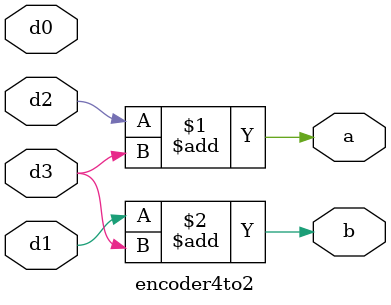
<source format=v>
module encoder4to2(d0,d1,d2,d3,a,b);
  input d0,d1,d2,d3;
  output a,b;
  assign a=d2+d3;
  assign b=d1+d3;
endmodule
    

</source>
